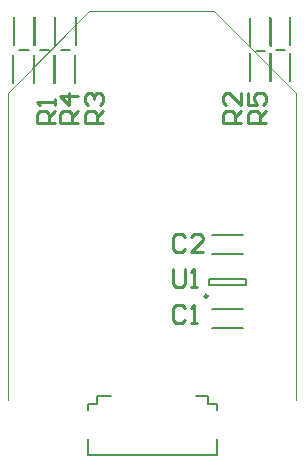
<source format=gto>
G04 Layer_Color=65535*
%FSLAX24Y24*%
%MOIN*%
G70*
G01*
G75*
%ADD15C,0.0100*%
%ADD23C,0.0098*%
%ADD24C,0.0080*%
%ADD25C,0.0079*%
%ADD26C,0.0039*%
%ADD27C,0.0059*%
D15*
X6100Y7350D02*
X6000Y7450D01*
X5800D01*
X5700Y7350D01*
Y6950D01*
X5800Y6850D01*
X6000D01*
X6100Y6950D01*
X6700Y6850D02*
X6300D01*
X6700Y7250D01*
Y7350D01*
X6600Y7450D01*
X6400D01*
X6300Y7350D01*
X5700Y6300D02*
Y5800D01*
X5800Y5700D01*
X6000D01*
X6100Y5800D01*
Y6300D01*
X6300Y5700D02*
X6500D01*
X6400D01*
Y6300D01*
X6300Y6200D01*
X6100Y5000D02*
X6000Y5100D01*
X5800D01*
X5700Y5000D01*
Y4600D01*
X5800Y4500D01*
X6000D01*
X6100Y4600D01*
X6300Y4500D02*
X6500D01*
X6400D01*
Y5100D01*
X6300Y5000D01*
X1753Y11150D02*
X1153D01*
Y11450D01*
X1253Y11550D01*
X1453D01*
X1553Y11450D01*
Y11150D01*
Y11350D02*
X1753Y11550D01*
Y11750D02*
Y11950D01*
Y11850D01*
X1153D01*
X1253Y11750D01*
X7950Y11150D02*
X7350D01*
Y11450D01*
X7450Y11550D01*
X7650D01*
X7750Y11450D01*
Y11150D01*
Y11350D02*
X7950Y11550D01*
Y12150D02*
Y11750D01*
X7550Y12150D01*
X7450D01*
X7350Y12050D01*
Y11850D01*
X7450Y11750D01*
X3339Y11150D02*
X2739D01*
Y11450D01*
X2839Y11550D01*
X3039D01*
X3139Y11450D01*
Y11150D01*
Y11350D02*
X3339Y11550D01*
X2839Y11750D02*
X2739Y11850D01*
Y12050D01*
X2839Y12150D01*
X2939D01*
X3039Y12050D01*
Y11950D01*
Y12050D01*
X3139Y12150D01*
X3239D01*
X3339Y12050D01*
Y11850D01*
X3239Y11750D01*
X2521Y11150D02*
X1921D01*
Y11450D01*
X2021Y11550D01*
X2221D01*
X2321Y11450D01*
Y11150D01*
Y11350D02*
X2521Y11550D01*
Y12050D02*
X1921D01*
X2221Y11750D01*
Y12150D01*
X8800Y11150D02*
X8200D01*
Y11450D01*
X8300Y11550D01*
X8500D01*
X8600Y11450D01*
Y11150D01*
Y11350D02*
X8800Y11550D01*
X8200Y12150D02*
Y11750D01*
X8500D01*
X8400Y11950D01*
Y12050D01*
X8500Y12150D01*
X8700D01*
X8800Y12050D01*
Y11850D01*
X8700Y11750D01*
D23*
X6841Y5378D02*
G03*
X6841Y5378I-49J0D01*
G01*
D24*
X6996Y7415D02*
X8004D01*
X6996Y6785D02*
X8004D01*
X6996Y4965D02*
X8004D01*
X6996Y4335D02*
X8004D01*
X1035Y12485D02*
Y13415D01*
X365Y12485D02*
Y13415D01*
X1729Y12485D02*
Y13415D01*
X1060Y12485D02*
Y13415D01*
X2423Y12485D02*
Y13415D01*
X1754Y12485D02*
Y13415D01*
X9600Y12551D02*
Y13480D01*
X8931Y12551D02*
Y13480D01*
X8935Y12551D02*
Y13480D01*
X8265Y12551D02*
Y13480D01*
X8441Y13560D02*
X8759D01*
X8935Y13735D02*
Y14665D01*
X8265Y13735D02*
Y14665D01*
X1941Y13576D02*
X2259D01*
X2435Y13751D02*
Y14680D01*
X1765Y13751D02*
Y14680D01*
X1246Y13576D02*
X1565D01*
X1740Y13751D02*
Y14680D01*
X1071Y13751D02*
Y14680D01*
X552Y13576D02*
X870D01*
X1046Y13751D02*
Y14680D01*
X377Y13751D02*
Y14680D01*
X9107Y13576D02*
X9425D01*
X9600Y13751D02*
Y14680D01*
X8931Y13751D02*
Y14680D01*
D25*
X6890Y5752D02*
Y5948D01*
X8110Y5752D02*
Y5948D01*
X6890Y5752D02*
X8110D01*
X6890Y5948D02*
X8110D01*
D26*
X6752Y14882D02*
X7067D01*
X9784Y12165D01*
X2894Y14882D02*
X3209D01*
X178Y12165D02*
X2894Y14882D01*
X3209D02*
X6752D01*
X9784Y1929D02*
Y12165D01*
X178Y1929D02*
Y12165D01*
D27*
X3135Y2055D02*
X3601D01*
X6866Y1800D02*
Y2055D01*
X2850Y86D02*
Y618D01*
Y86D02*
X7161D01*
X2850Y1582D02*
Y1799D01*
X3135D02*
Y2055D01*
X2850Y1799D02*
X3135D01*
X6866Y1800D02*
X7161D01*
Y1582D02*
Y1800D01*
Y86D02*
Y618D01*
X6441Y2055D02*
X6866D01*
M02*

</source>
